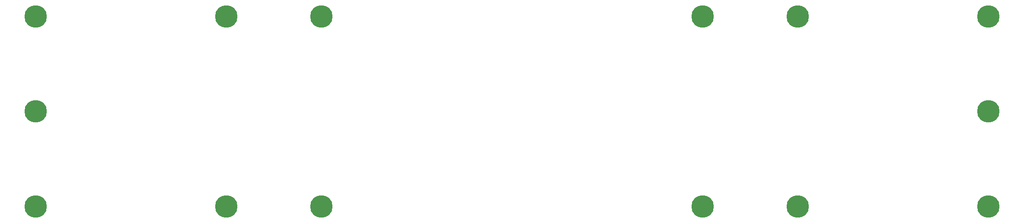
<source format=gbr>
G04 #@! TF.GenerationSoftware,KiCad,Pcbnew,(5.1.2-1)-1*
G04 #@! TF.CreationDate,2020-05-31T10:48:01-05:00*
G04 #@! TF.ProjectId,therick48_top_plate,74686572-6963-46b3-9438-5f746f705f70,rev?*
G04 #@! TF.SameCoordinates,Original*
G04 #@! TF.FileFunction,Copper,L1,Top*
G04 #@! TF.FilePolarity,Positive*
%FSLAX46Y46*%
G04 Gerber Fmt 4.6, Leading zero omitted, Abs format (unit mm)*
G04 Created by KiCad (PCBNEW (5.1.2-1)-1) date 2020-05-31 10:48:01*
%MOMM*%
%LPD*%
G04 APERTURE LIST*
%ADD10C,4.500000*%
G04 APERTURE END LIST*
D10*
X254980000Y-53580000D03*
X254980000Y-91580000D03*
X197980000Y-53580000D03*
X197980000Y-91580000D03*
X121980000Y-91580000D03*
X121980000Y-53580000D03*
X64980000Y-91580000D03*
X64980000Y-53580000D03*
X254980000Y-72580000D03*
X216980000Y-91580000D03*
X216980000Y-53580000D03*
X102980000Y-91580000D03*
X102980000Y-53580000D03*
X64980000Y-72580000D03*
M02*

</source>
